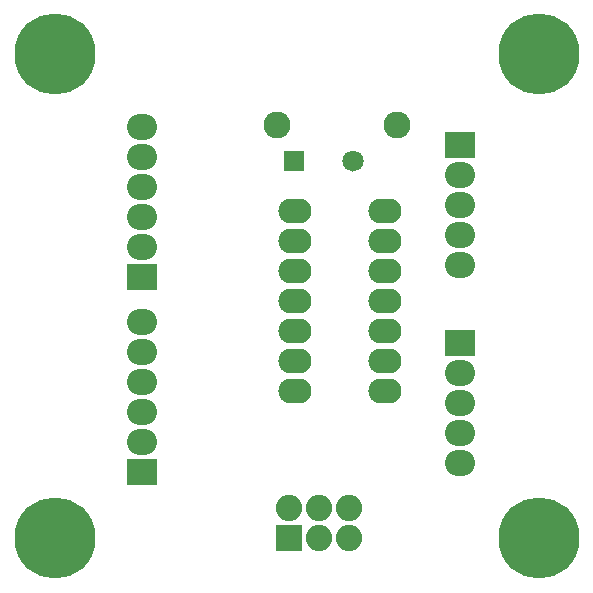
<source format=gts>
G04 #@! TF.FileFunction,Soldermask,Top*
%FSLAX46Y46*%
G04 Gerber Fmt 4.6, Leading zero omitted, Abs format (unit mm)*
G04 Created by KiCad (PCBNEW (after 2015-mar-04 BZR unknown)-product) date 10/20/2015 10:19:42 AM*
%MOMM*%
G01*
G04 APERTURE LIST*
%ADD10C,0.150000*%
%ADD11C,6.858000*%
%ADD12R,2.540000X2.235200*%
%ADD13O,2.540000X2.235200*%
%ADD14R,2.235200X2.235200*%
%ADD15O,2.235200X2.235200*%
%ADD16R,1.808000X1.808000*%
%ADD17C,1.808000*%
%ADD18C,2.286000*%
%ADD19O,2.808000X2.108000*%
G04 APERTURE END LIST*
D10*
D11*
X4000000Y-45000000D03*
X4000000Y-4000000D03*
X45000000Y-45000000D03*
X45000000Y-4000000D03*
D12*
X11430000Y-22860000D03*
D13*
X11430000Y-20320000D03*
X11430000Y-17780000D03*
X11430000Y-15240000D03*
X11430000Y-12700000D03*
X11430000Y-10160000D03*
D14*
X23876000Y-44958000D03*
D15*
X23876000Y-42418000D03*
X26416000Y-44958000D03*
X26416000Y-42418000D03*
X28956000Y-44958000D03*
X28956000Y-42418000D03*
D12*
X11430000Y-39370000D03*
D13*
X11430000Y-36830000D03*
X11430000Y-34290000D03*
X11430000Y-31750000D03*
X11430000Y-29210000D03*
X11430000Y-26670000D03*
D16*
X24257000Y-13081000D03*
D17*
X29257000Y-13081000D03*
D12*
X38354000Y-11684000D03*
D13*
X38354000Y-14224000D03*
X38354000Y-16764000D03*
X38354000Y-19304000D03*
X38354000Y-21844000D03*
D12*
X38354000Y-28448000D03*
D13*
X38354000Y-30988000D03*
X38354000Y-33528000D03*
X38354000Y-36068000D03*
X38354000Y-38608000D03*
D18*
X22860000Y-10033000D03*
X33020000Y-10033000D03*
D19*
X24384000Y-17272000D03*
X24384000Y-19812000D03*
X24384000Y-22352000D03*
X24384000Y-24892000D03*
X24384000Y-27432000D03*
X24384000Y-29972000D03*
X24384000Y-32512000D03*
X32004000Y-32512000D03*
X32004000Y-29972000D03*
X32004000Y-27432000D03*
X32004000Y-24892000D03*
X32004000Y-22352000D03*
X32004000Y-19812000D03*
X32004000Y-17272000D03*
M02*

</source>
